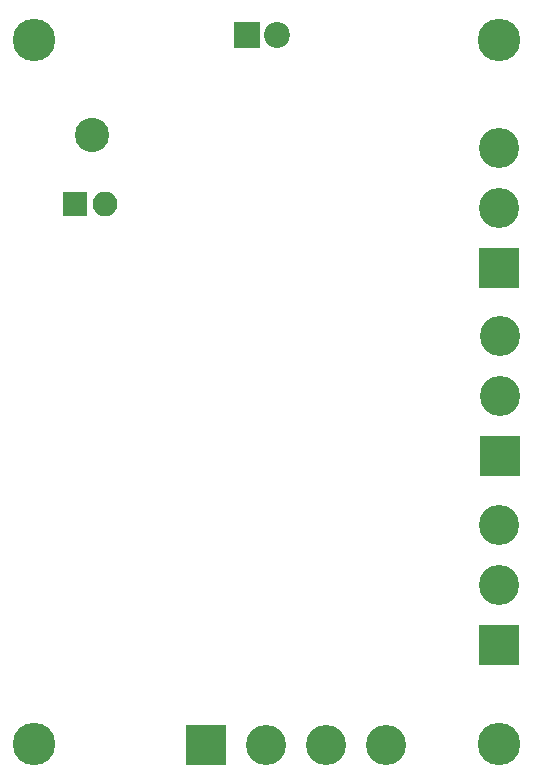
<source format=gbs>
G04 #@! TF.GenerationSoftware,KiCad,Pcbnew,(5.0.0)*
G04 #@! TF.CreationDate,2018-10-17T22:36:33+03:00*
G04 #@! TF.ProjectId,psg14_emu,70736731345F656D752E6B696361645F,rev?*
G04 #@! TF.SameCoordinates,Original*
G04 #@! TF.FileFunction,Soldermask,Bot*
G04 #@! TF.FilePolarity,Negative*
%FSLAX46Y46*%
G04 Gerber Fmt 4.6, Leading zero omitted, Abs format (unit mm)*
G04 Created by KiCad (PCBNEW (5.0.0)) date 10/17/18 22:36:33*
%MOMM*%
%LPD*%
G01*
G04 APERTURE LIST*
%ADD10C,3.400000*%
%ADD11R,3.400000X3.400000*%
%ADD12C,2.200000*%
%ADD13R,2.200000X2.200000*%
%ADD14C,2.900000*%
%ADD15C,3.600000*%
%ADD16O,2.100000X2.100000*%
%ADD17R,2.100000X2.100000*%
G04 APERTURE END LIST*
D10*
G04 #@! TO.C,J4*
X104400000Y-34220000D03*
X104400000Y-39300000D03*
D11*
X104400000Y-44380000D03*
G04 #@! TD*
G04 #@! TO.C,J5*
X104450000Y-60350000D03*
D10*
X104450000Y-55270000D03*
X104450000Y-50190000D03*
G04 #@! TD*
G04 #@! TO.C,J6*
X104400000Y-66160000D03*
X104400000Y-71240000D03*
D11*
X104400000Y-76320000D03*
G04 #@! TD*
D10*
G04 #@! TO.C,J1*
X94840000Y-84750000D03*
D11*
X79600000Y-84750000D03*
D10*
X89760000Y-84750000D03*
X84680000Y-84750000D03*
G04 #@! TD*
D12*
G04 #@! TO.C,D1*
X85590000Y-24700000D03*
D13*
X83050000Y-24700000D03*
G04 #@! TD*
D14*
G04 #@! TO.C,MH1*
X69900000Y-33100000D03*
G04 #@! TD*
D15*
G04 #@! TO.C,MH2*
X65000000Y-25100000D03*
G04 #@! TD*
G04 #@! TO.C,MH3*
X104400000Y-84700000D03*
G04 #@! TD*
G04 #@! TO.C,MH4*
X104400000Y-25100000D03*
G04 #@! TD*
G04 #@! TO.C,MH5*
X65000000Y-84700000D03*
G04 #@! TD*
D16*
G04 #@! TO.C,J2*
X71040000Y-38950000D03*
D17*
X68500000Y-38950000D03*
G04 #@! TD*
M02*

</source>
